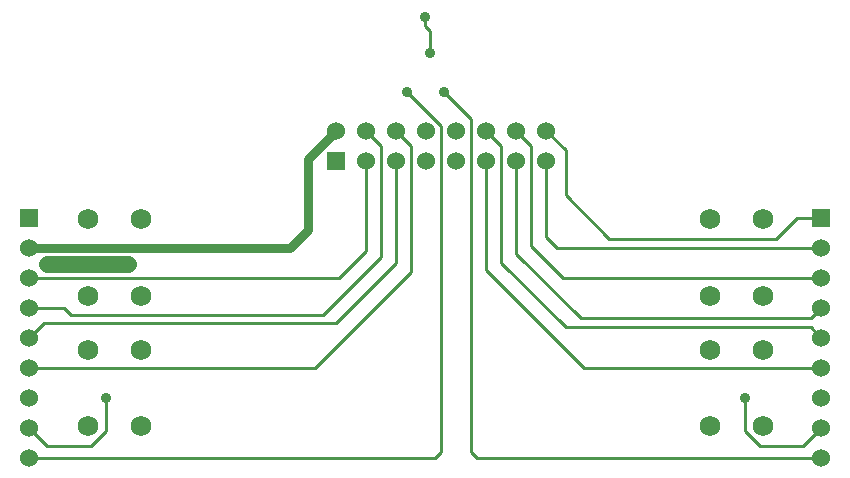
<source format=gbr>
G04 start of page 3 for group 1 idx 1 *
G04 Title: (unknown), bottom *
G04 Creator: pcb 20110918 *
G04 CreationDate: Tue 28 Jun 2016 03:12:46 AM GMT UTC *
G04 For: railfan *
G04 Format: Gerber/RS-274X *
G04 PCB-Dimensions: 275000 250000 *
G04 PCB-Coordinate-Origin: lower left *
%MOIN*%
%FSLAX25Y25*%
%LNBOTTOM*%
%ADD33C,0.0390*%
%ADD32C,0.0630*%
%ADD31C,0.0380*%
%ADD30C,0.0200*%
%ADD29C,0.0360*%
%ADD28C,0.0690*%
%ADD27C,0.0600*%
%ADD26C,0.0001*%
%ADD25C,0.0300*%
%ADD24C,0.0550*%
%ADD23C,0.0100*%
G54D23*X10500Y50500D02*X5500Y45500D01*
X31000Y14500D02*X26000Y9500D01*
X11500D01*
X5500Y15500D01*
X108750Y65500D02*X5500D01*
X107750Y50500D02*X10500D01*
X100750Y35500D02*X5500D01*
G54D24*X38500Y70000D02*X11500D01*
G54D23*X31000Y14500D02*Y25500D01*
X103250Y53000D02*X19500D01*
X17000Y55500D01*
X5500D01*
X152750Y7500D02*X154750Y5500D01*
X142750Y7500D02*X140750Y5500D01*
X5500D01*
G54D25*Y75500D02*X92250D01*
G54D23*X269500D02*X181250D01*
X198750Y78500D02*X254500D01*
X261500Y85500D01*
X269500D01*
X142750Y7500D02*Y116000D01*
X152750Y7500D02*Y118500D01*
X132750Y109500D02*Y67500D01*
X127750Y104500D02*Y70500D01*
X122750Y109500D02*Y72500D01*
X117750Y104500D02*Y74500D01*
X172750Y109500D02*Y76000D01*
X184250Y93000D02*X198750Y78500D01*
X167750Y114500D02*X172750Y109500D01*
X127750Y114500D02*X132750Y109500D01*
X117750Y114500D02*X122750Y109500D01*
X132750Y67500D02*X100750Y35500D01*
X127750Y70500D02*X107750Y50500D01*
X117750Y74500D02*X108750Y65500D01*
X122750Y72500D02*X103250Y53000D01*
X154750Y5500D02*X269500D01*
X183250Y65500D02*X269500D01*
X266000Y49000D02*X184250D01*
X190250Y35500D02*X269500D01*
G54D25*X98250Y105000D02*X107750Y114500D01*
X98250Y81500D02*Y105000D01*
X92250Y75500D02*X98250Y81500D01*
G54D23*X184250Y108000D02*X177750Y114500D01*
X184250Y93000D02*Y108000D01*
X177750Y79000D02*Y104500D01*
X152750Y118500D02*X143750Y127500D01*
X142750Y116000D02*X131250Y127500D01*
X139075Y147675D02*X137500Y149250D01*
Y152450D02*Y149250D01*
X139075Y140500D02*Y147675D01*
X189250Y52000D02*X266000D01*
X157750Y68000D02*X190250Y35500D01*
X184250Y49000D02*X162750Y70500D01*
X167750Y73500D02*X189250Y52000D01*
X181250Y75500D02*X177750Y79000D01*
X157750Y104500D02*Y68000D01*
X162750Y109500D02*X157750Y114500D01*
X162750Y70500D02*Y109500D01*
X167750Y104500D02*Y73500D01*
X172750Y76000D02*X183250Y65500D01*
X263500Y9500D02*X269500Y15500D01*
Y45500D02*X266000Y49000D01*
Y52000D02*X269500Y55500D01*
X244000Y14500D02*X249000Y9500D01*
X263500D01*
X244000Y25500D02*Y14500D01*
G54D26*G36*
X104750Y107500D02*Y101500D01*
X110750D01*
Y107500D01*
X104750D01*
G37*
G54D27*X117750Y104500D03*
X127750D03*
X137750D03*
X147750D03*
X157750D03*
X167750D03*
X177750D03*
X107750Y114500D03*
X117750D03*
X127750D03*
X137750D03*
X147750D03*
X157750D03*
X167750D03*
X177750D03*
X5500Y55500D03*
Y45500D03*
Y35500D03*
Y25500D03*
G54D26*G36*
X2500Y88500D02*Y82500D01*
X8500D01*
Y88500D01*
X2500D01*
G37*
G54D27*X5500Y75500D03*
Y65500D03*
G54D28*X25000Y85090D03*
X42716D03*
G54D27*X5500Y15500D03*
Y5500D03*
G54D28*X25000Y15910D03*
X42716D03*
X25000Y41500D03*
X42716D03*
X25000Y59500D03*
X42716D03*
G54D26*G36*
X266500Y88500D02*Y82500D01*
X272500D01*
Y88500D01*
X266500D01*
G37*
G54D27*X269500Y75500D03*
Y65500D03*
G54D28*X232284Y85090D03*
X250000D03*
G54D27*X269500Y55500D03*
G54D28*X232284Y59500D03*
X250000D03*
G54D27*X269500Y45500D03*
G54D28*X232284Y41500D03*
X250000D03*
G54D27*X269500Y35500D03*
Y25500D03*
Y15500D03*
Y5500D03*
G54D28*X232284Y15910D03*
X250000D03*
G54D29*X31000Y25500D03*
X20500Y70000D03*
X29500D03*
X131250Y127500D03*
X143750D03*
X137500Y152450D03*
X139075Y140500D03*
X244000Y25500D03*
X16000Y70000D03*
X11500D03*
X38500D03*
X34000D03*
G54D30*G54D31*G54D32*G54D31*G54D33*G54D31*G54D33*G54D31*G54D33*G54D31*G54D33*G54D31*G54D33*G54D31*G54D33*M02*

</source>
